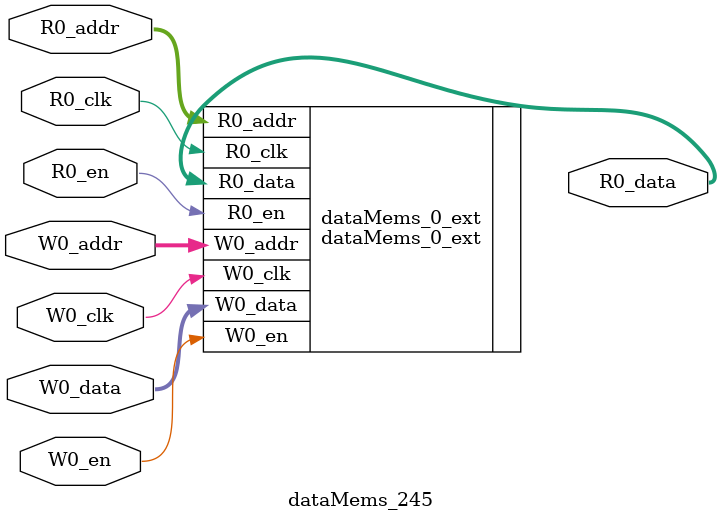
<source format=sv>
`ifndef RANDOMIZE
  `ifdef RANDOMIZE_REG_INIT
    `define RANDOMIZE
  `endif // RANDOMIZE_REG_INIT
`endif // not def RANDOMIZE
`ifndef RANDOMIZE
  `ifdef RANDOMIZE_MEM_INIT
    `define RANDOMIZE
  `endif // RANDOMIZE_MEM_INIT
`endif // not def RANDOMIZE

`ifndef RANDOM
  `define RANDOM $random
`endif // not def RANDOM

// Users can define 'PRINTF_COND' to add an extra gate to prints.
`ifndef PRINTF_COND_
  `ifdef PRINTF_COND
    `define PRINTF_COND_ (`PRINTF_COND)
  `else  // PRINTF_COND
    `define PRINTF_COND_ 1
  `endif // PRINTF_COND
`endif // not def PRINTF_COND_

// Users can define 'ASSERT_VERBOSE_COND' to add an extra gate to assert error printing.
`ifndef ASSERT_VERBOSE_COND_
  `ifdef ASSERT_VERBOSE_COND
    `define ASSERT_VERBOSE_COND_ (`ASSERT_VERBOSE_COND)
  `else  // ASSERT_VERBOSE_COND
    `define ASSERT_VERBOSE_COND_ 1
  `endif // ASSERT_VERBOSE_COND
`endif // not def ASSERT_VERBOSE_COND_

// Users can define 'STOP_COND' to add an extra gate to stop conditions.
`ifndef STOP_COND_
  `ifdef STOP_COND
    `define STOP_COND_ (`STOP_COND)
  `else  // STOP_COND
    `define STOP_COND_ 1
  `endif // STOP_COND
`endif // not def STOP_COND_

// Users can define INIT_RANDOM as general code that gets injected into the
// initializer block for modules with registers.
`ifndef INIT_RANDOM
  `define INIT_RANDOM
`endif // not def INIT_RANDOM

// If using random initialization, you can also define RANDOMIZE_DELAY to
// customize the delay used, otherwise 0.002 is used.
`ifndef RANDOMIZE_DELAY
  `define RANDOMIZE_DELAY 0.002
`endif // not def RANDOMIZE_DELAY

// Define INIT_RANDOM_PROLOG_ for use in our modules below.
`ifndef INIT_RANDOM_PROLOG_
  `ifdef RANDOMIZE
    `ifdef VERILATOR
      `define INIT_RANDOM_PROLOG_ `INIT_RANDOM
    `else  // VERILATOR
      `define INIT_RANDOM_PROLOG_ `INIT_RANDOM #`RANDOMIZE_DELAY begin end
    `endif // VERILATOR
  `else  // RANDOMIZE
    `define INIT_RANDOM_PROLOG_
  `endif // RANDOMIZE
`endif // not def INIT_RANDOM_PROLOG_

// Include register initializers in init blocks unless synthesis is set
`ifndef SYNTHESIS
  `ifndef ENABLE_INITIAL_REG_
    `define ENABLE_INITIAL_REG_
  `endif // not def ENABLE_INITIAL_REG_
`endif // not def SYNTHESIS

// Include rmemory initializers in init blocks unless synthesis is set
`ifndef SYNTHESIS
  `ifndef ENABLE_INITIAL_MEM_
    `define ENABLE_INITIAL_MEM_
  `endif // not def ENABLE_INITIAL_MEM_
`endif // not def SYNTHESIS

module dataMems_245(	// @[generators/ara/src/main/scala/UnsafeAXI4ToTL.scala:365:62]
  input  [4:0]   R0_addr,
  input          R0_en,
  input          R0_clk,
  output [130:0] R0_data,
  input  [4:0]   W0_addr,
  input          W0_en,
  input          W0_clk,
  input  [130:0] W0_data
);

  dataMems_0_ext dataMems_0_ext (	// @[generators/ara/src/main/scala/UnsafeAXI4ToTL.scala:365:62]
    .R0_addr (R0_addr),
    .R0_en   (R0_en),
    .R0_clk  (R0_clk),
    .R0_data (R0_data),
    .W0_addr (W0_addr),
    .W0_en   (W0_en),
    .W0_clk  (W0_clk),
    .W0_data (W0_data)
  );
endmodule


</source>
